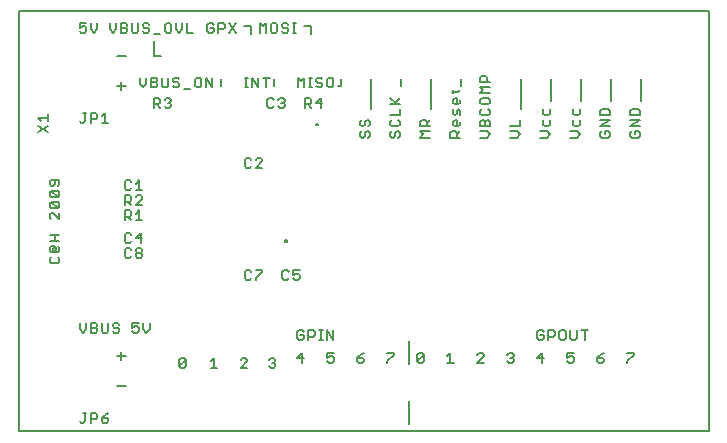
<source format=gto>
G75*
G70*
%OFA0B0*%
%FSLAX24Y24*%
%IPPOS*%
%LPD*%
%AMOC8*
5,1,8,0,0,1.08239X$1,22.5*
%
%ADD10C,0.0080*%
D10*
X003457Y001018D02*
X003457Y015018D01*
X026457Y015018D01*
X026457Y001018D01*
X003457Y001018D01*
X005497Y001361D02*
X005550Y001308D01*
X005604Y001308D01*
X005657Y001361D01*
X005657Y001628D01*
X005604Y001628D02*
X005711Y001628D01*
X005865Y001628D02*
X006025Y001628D01*
X006079Y001575D01*
X006079Y001468D01*
X006025Y001415D01*
X005865Y001415D01*
X005865Y001308D02*
X005865Y001628D01*
X006234Y001468D02*
X006234Y001361D01*
X006287Y001308D01*
X006394Y001308D01*
X006447Y001361D01*
X006447Y001415D01*
X006394Y001468D01*
X006234Y001468D01*
X006340Y001575D01*
X006447Y001628D01*
X006747Y002518D02*
X007027Y002518D01*
X006887Y003378D02*
X006887Y003658D01*
X006747Y003518D02*
X007027Y003518D01*
X006762Y004308D02*
X006655Y004308D01*
X006602Y004361D01*
X006655Y004468D02*
X006762Y004468D01*
X006815Y004415D01*
X006815Y004361D01*
X006762Y004308D01*
X006655Y004468D02*
X006602Y004521D01*
X006602Y004575D01*
X006655Y004628D01*
X006762Y004628D01*
X006815Y004575D01*
X006447Y004628D02*
X006447Y004361D01*
X006394Y004308D01*
X006287Y004308D01*
X006234Y004361D01*
X006234Y004628D01*
X006079Y004575D02*
X006079Y004521D01*
X006025Y004468D01*
X005865Y004468D01*
X005865Y004308D02*
X006025Y004308D01*
X006079Y004361D01*
X006079Y004415D01*
X006025Y004468D01*
X006079Y004575D02*
X006025Y004628D01*
X005865Y004628D01*
X005865Y004308D01*
X005711Y004415D02*
X005711Y004628D01*
X005711Y004415D02*
X005604Y004308D01*
X005497Y004415D01*
X005497Y004628D01*
X007247Y004628D02*
X007247Y004468D01*
X007354Y004521D01*
X007407Y004521D01*
X007461Y004468D01*
X007461Y004361D01*
X007407Y004308D01*
X007300Y004308D01*
X007247Y004361D01*
X007247Y004628D02*
X007461Y004628D01*
X007615Y004628D02*
X007615Y004415D01*
X007722Y004308D01*
X007829Y004415D01*
X007829Y004628D01*
X008870Y003458D02*
X008977Y003458D01*
X009031Y003405D01*
X008817Y003191D01*
X008870Y003138D01*
X008977Y003138D01*
X009031Y003191D01*
X009031Y003405D01*
X008870Y003458D02*
X008817Y003405D01*
X008817Y003191D01*
X009857Y003138D02*
X010071Y003138D01*
X009964Y003138D02*
X009964Y003458D01*
X009857Y003351D01*
X010857Y003405D02*
X010910Y003458D01*
X011017Y003458D01*
X011071Y003405D01*
X011071Y003351D01*
X010857Y003138D01*
X011071Y003138D01*
X011807Y003191D02*
X011860Y003138D01*
X011967Y003138D01*
X012021Y003191D01*
X012021Y003245D01*
X011967Y003298D01*
X011914Y003298D01*
X011967Y003298D02*
X012021Y003351D01*
X012021Y003405D01*
X011967Y003458D01*
X011860Y003458D01*
X011807Y003405D01*
X012747Y003468D02*
X012961Y003468D01*
X012907Y003308D02*
X012907Y003628D01*
X012747Y003468D01*
X012800Y004058D02*
X012907Y004058D01*
X012961Y004111D01*
X012961Y004218D01*
X012854Y004218D01*
X012961Y004325D02*
X012907Y004378D01*
X012800Y004378D01*
X012747Y004325D01*
X012747Y004111D01*
X012800Y004058D01*
X013115Y004058D02*
X013115Y004378D01*
X013275Y004378D01*
X013329Y004325D01*
X013329Y004218D01*
X013275Y004165D01*
X013115Y004165D01*
X013484Y004058D02*
X013590Y004058D01*
X013537Y004058D02*
X013537Y004378D01*
X013484Y004378D02*
X013590Y004378D01*
X013729Y004378D02*
X013943Y004058D01*
X013943Y004378D01*
X013729Y004378D02*
X013729Y004058D01*
X013747Y003628D02*
X013747Y003468D01*
X013854Y003521D01*
X013907Y003521D01*
X013961Y003468D01*
X013961Y003361D01*
X013907Y003308D01*
X013800Y003308D01*
X013747Y003361D01*
X013747Y003628D02*
X013961Y003628D01*
X014747Y003468D02*
X014747Y003361D01*
X014800Y003308D01*
X014907Y003308D01*
X014961Y003361D01*
X014961Y003415D01*
X014907Y003468D01*
X014747Y003468D01*
X014854Y003575D01*
X014961Y003628D01*
X015747Y003628D02*
X015961Y003628D01*
X015961Y003575D01*
X015747Y003361D01*
X015747Y003308D01*
X016457Y003268D02*
X016457Y004018D01*
X016800Y003628D02*
X016907Y003628D01*
X016961Y003575D01*
X016747Y003361D01*
X016800Y003308D01*
X016907Y003308D01*
X016961Y003361D01*
X016961Y003575D01*
X016800Y003628D02*
X016747Y003575D01*
X016747Y003361D01*
X017747Y003308D02*
X017961Y003308D01*
X017854Y003308D02*
X017854Y003628D01*
X017747Y003521D01*
X018747Y003575D02*
X018800Y003628D01*
X018907Y003628D01*
X018961Y003575D01*
X018961Y003521D01*
X018747Y003308D01*
X018961Y003308D01*
X019747Y003361D02*
X019800Y003308D01*
X019907Y003308D01*
X019961Y003361D01*
X019961Y003415D01*
X019907Y003468D01*
X019854Y003468D01*
X019907Y003468D02*
X019961Y003521D01*
X019961Y003575D01*
X019907Y003628D01*
X019800Y003628D01*
X019747Y003575D01*
X020747Y003468D02*
X020961Y003468D01*
X020907Y003308D02*
X020907Y003628D01*
X020747Y003468D01*
X020800Y004058D02*
X020907Y004058D01*
X020961Y004111D01*
X020961Y004218D01*
X020854Y004218D01*
X020961Y004325D02*
X020907Y004378D01*
X020800Y004378D01*
X020747Y004325D01*
X020747Y004111D01*
X020800Y004058D01*
X021115Y004058D02*
X021115Y004378D01*
X021275Y004378D01*
X021329Y004325D01*
X021329Y004218D01*
X021275Y004165D01*
X021115Y004165D01*
X021484Y004111D02*
X021484Y004325D01*
X021537Y004378D01*
X021644Y004378D01*
X021697Y004325D01*
X021697Y004111D01*
X021644Y004058D01*
X021537Y004058D01*
X021484Y004111D01*
X021852Y004111D02*
X021905Y004058D01*
X022012Y004058D01*
X022065Y004111D01*
X022065Y004378D01*
X022220Y004378D02*
X022434Y004378D01*
X022327Y004378D02*
X022327Y004058D01*
X021852Y004111D02*
X021852Y004378D01*
X021747Y003628D02*
X021747Y003468D01*
X021854Y003521D01*
X021907Y003521D01*
X021961Y003468D01*
X021961Y003361D01*
X021907Y003308D01*
X021800Y003308D01*
X021747Y003361D01*
X021747Y003628D02*
X021961Y003628D01*
X022747Y003468D02*
X022747Y003361D01*
X022800Y003308D01*
X022907Y003308D01*
X022961Y003361D01*
X022961Y003415D01*
X022907Y003468D01*
X022747Y003468D01*
X022854Y003575D01*
X022961Y003628D01*
X023747Y003628D02*
X023961Y003628D01*
X023961Y003575D01*
X023747Y003361D01*
X023747Y003308D01*
X016457Y002018D02*
X016457Y001268D01*
X012775Y006058D02*
X012669Y006058D01*
X012615Y006111D01*
X012615Y006218D02*
X012722Y006271D01*
X012775Y006271D01*
X012829Y006218D01*
X012829Y006111D01*
X012775Y006058D01*
X012615Y006218D02*
X012615Y006378D01*
X012829Y006378D01*
X012461Y006325D02*
X012407Y006378D01*
X012300Y006378D01*
X012247Y006325D01*
X012247Y006111D01*
X012300Y006058D01*
X012407Y006058D01*
X012461Y006111D01*
X011579Y006325D02*
X011365Y006111D01*
X011365Y006058D01*
X011211Y006111D02*
X011157Y006058D01*
X011050Y006058D01*
X010997Y006111D01*
X010997Y006325D01*
X011050Y006378D01*
X011157Y006378D01*
X011211Y006325D01*
X011365Y006378D02*
X011579Y006378D01*
X011579Y006325D01*
X012337Y007338D02*
X012390Y007338D01*
X012390Y007391D01*
X012337Y007391D01*
X012337Y007338D01*
X011579Y009808D02*
X011365Y009808D01*
X011579Y010021D01*
X011579Y010075D01*
X011525Y010128D01*
X011419Y010128D01*
X011365Y010075D01*
X011211Y010075D02*
X011157Y010128D01*
X011050Y010128D01*
X010997Y010075D01*
X010997Y009861D01*
X011050Y009808D01*
X011157Y009808D01*
X011211Y009861D01*
X013377Y011218D02*
X013430Y011218D01*
X013430Y011271D01*
X013377Y011271D01*
X013377Y011218D01*
X013525Y011808D02*
X013525Y012128D01*
X013365Y011968D01*
X013579Y011968D01*
X013211Y011968D02*
X013211Y012075D01*
X013157Y012128D01*
X012997Y012128D01*
X012997Y011808D01*
X012997Y011915D02*
X013157Y011915D01*
X013211Y011968D01*
X013104Y011915D02*
X013211Y011808D01*
X012329Y011861D02*
X012275Y011808D01*
X012169Y011808D01*
X012115Y011861D01*
X012222Y011968D02*
X012275Y011968D01*
X012329Y011915D01*
X012329Y011861D01*
X012275Y011968D02*
X012329Y012021D01*
X012329Y012075D01*
X012275Y012128D01*
X012169Y012128D01*
X012115Y012075D01*
X011961Y012075D02*
X011907Y012128D01*
X011800Y012128D01*
X011747Y012075D01*
X011747Y011861D01*
X011800Y011808D01*
X011907Y011808D01*
X011961Y011861D01*
X011718Y012478D02*
X011718Y012798D01*
X011824Y012798D02*
X011611Y012798D01*
X011456Y012798D02*
X011456Y012478D01*
X011243Y012798D01*
X011243Y012478D01*
X011104Y012478D02*
X010997Y012478D01*
X011050Y012478D02*
X011050Y012798D01*
X010997Y012798D02*
X011104Y012798D01*
X011957Y012768D02*
X011957Y012518D01*
X012757Y012478D02*
X012757Y012798D01*
X012864Y012691D01*
X012971Y012798D01*
X012971Y012478D01*
X013125Y012478D02*
X013232Y012478D01*
X013179Y012478D02*
X013179Y012798D01*
X013232Y012798D02*
X013125Y012798D01*
X013371Y012745D02*
X013371Y012691D01*
X013424Y012638D01*
X013531Y012638D01*
X013584Y012585D01*
X013584Y012531D01*
X013531Y012478D01*
X013424Y012478D01*
X013371Y012531D01*
X013371Y012745D02*
X013424Y012798D01*
X013531Y012798D01*
X013584Y012745D01*
X013739Y012745D02*
X013739Y012531D01*
X013792Y012478D01*
X013899Y012478D01*
X013953Y012531D01*
X013953Y012745D01*
X013899Y012798D01*
X013792Y012798D01*
X013739Y012745D01*
X014097Y012528D02*
X014207Y012528D01*
X014207Y012768D01*
X015207Y012768D02*
X015207Y011768D01*
X015114Y011390D02*
X015167Y011336D01*
X015167Y011230D01*
X015114Y011176D01*
X015007Y011230D02*
X014954Y011176D01*
X014900Y011176D01*
X014847Y011230D01*
X014847Y011336D01*
X014900Y011390D01*
X015007Y011336D02*
X015060Y011390D01*
X015114Y011390D01*
X015007Y011336D02*
X015007Y011230D01*
X015060Y011021D02*
X015114Y011021D01*
X015167Y010968D01*
X015167Y010861D01*
X015114Y010808D01*
X015007Y010861D02*
X015007Y010968D01*
X015060Y011021D01*
X014900Y011021D02*
X014847Y010968D01*
X014847Y010861D01*
X014900Y010808D01*
X014954Y010808D01*
X015007Y010861D01*
X015847Y010861D02*
X015900Y010808D01*
X015954Y010808D01*
X016007Y010861D01*
X016007Y010968D01*
X016060Y011021D01*
X016114Y011021D01*
X016167Y010968D01*
X016167Y010861D01*
X016114Y010808D01*
X015847Y010861D02*
X015847Y010968D01*
X015900Y011021D01*
X015900Y011176D02*
X016114Y011176D01*
X016167Y011230D01*
X016167Y011336D01*
X016114Y011390D01*
X016167Y011545D02*
X015847Y011545D01*
X015900Y011390D02*
X015847Y011336D01*
X015847Y011230D01*
X015900Y011176D01*
X016167Y011545D02*
X016167Y011758D01*
X016167Y011913D02*
X015847Y011913D01*
X016007Y011966D02*
X016167Y012126D01*
X016060Y011913D02*
X015847Y012126D01*
X016207Y012518D02*
X016207Y012768D01*
X017207Y012768D02*
X017207Y011768D01*
X017167Y011390D02*
X017060Y011283D01*
X017060Y011336D02*
X017060Y011176D01*
X017167Y011176D02*
X016847Y011176D01*
X016847Y011336D01*
X016900Y011390D01*
X017007Y011390D01*
X017060Y011336D01*
X017167Y011021D02*
X016847Y011021D01*
X016954Y010915D01*
X016847Y010808D01*
X017167Y010808D01*
X017847Y010808D02*
X017847Y010968D01*
X017900Y011021D01*
X018007Y011021D01*
X018060Y010968D01*
X018060Y010808D01*
X018060Y010915D02*
X018167Y011021D01*
X018114Y011176D02*
X018007Y011176D01*
X017954Y011230D01*
X017954Y011336D01*
X018007Y011390D01*
X018060Y011390D01*
X018060Y011176D01*
X018114Y011176D02*
X018167Y011230D01*
X018167Y011336D01*
X018167Y011545D02*
X018167Y011705D01*
X018114Y011758D01*
X018060Y011705D01*
X018060Y011598D01*
X018007Y011545D01*
X017954Y011598D01*
X017954Y011758D01*
X018007Y011913D02*
X017954Y011966D01*
X017954Y012073D01*
X018007Y012126D01*
X018060Y012126D01*
X018060Y011913D01*
X018007Y011913D02*
X018114Y011913D01*
X018167Y011966D01*
X018167Y012073D01*
X018114Y012335D02*
X018167Y012388D01*
X018114Y012335D02*
X017900Y012335D01*
X017954Y012388D02*
X017954Y012281D01*
X018207Y012518D02*
X018207Y012768D01*
X018847Y012810D02*
X018847Y012649D01*
X019167Y012649D01*
X019060Y012649D02*
X019060Y012810D01*
X019007Y012863D01*
X018900Y012863D01*
X018847Y012810D01*
X018847Y012495D02*
X019167Y012495D01*
X019167Y012281D02*
X018847Y012281D01*
X018954Y012388D01*
X018847Y012495D01*
X018900Y012126D02*
X018847Y012073D01*
X018847Y011966D01*
X018900Y011913D01*
X019114Y011913D01*
X019167Y011966D01*
X019167Y012073D01*
X019114Y012126D01*
X018900Y012126D01*
X018900Y011758D02*
X018847Y011705D01*
X018847Y011598D01*
X018900Y011545D01*
X019114Y011545D01*
X019167Y011598D01*
X019167Y011705D01*
X019114Y011758D01*
X019114Y011390D02*
X019167Y011336D01*
X019167Y011176D01*
X018847Y011176D01*
X018847Y011336D01*
X018900Y011390D01*
X018954Y011390D01*
X019007Y011336D01*
X019007Y011176D01*
X019007Y011336D02*
X019060Y011390D01*
X019114Y011390D01*
X019060Y011021D02*
X018847Y011021D01*
X018847Y010808D02*
X019060Y010808D01*
X019167Y010915D01*
X019060Y011021D01*
X019847Y011021D02*
X020060Y011021D01*
X020167Y010915D01*
X020060Y010808D01*
X019847Y010808D01*
X019847Y011176D02*
X020167Y011176D01*
X020167Y011390D01*
X020207Y011768D02*
X020207Y012768D01*
X021207Y012768D02*
X021207Y012018D01*
X021167Y011758D02*
X021167Y011598D01*
X021114Y011545D01*
X021007Y011545D01*
X020954Y011598D01*
X020954Y011758D01*
X020954Y011390D02*
X020954Y011230D01*
X021007Y011176D01*
X021114Y011176D01*
X021167Y011230D01*
X021167Y011390D01*
X021060Y011021D02*
X020847Y011021D01*
X020847Y010808D02*
X021060Y010808D01*
X021167Y010915D01*
X021060Y011021D01*
X021847Y011021D02*
X022060Y011021D01*
X022167Y010915D01*
X022060Y010808D01*
X021847Y010808D01*
X022007Y011176D02*
X022114Y011176D01*
X022167Y011230D01*
X022167Y011390D01*
X022114Y011545D02*
X022167Y011598D01*
X022167Y011758D01*
X021954Y011758D02*
X021954Y011598D01*
X022007Y011545D01*
X022114Y011545D01*
X021954Y011390D02*
X021954Y011230D01*
X022007Y011176D01*
X022847Y011176D02*
X023167Y011390D01*
X022847Y011390D01*
X022847Y011545D02*
X022847Y011705D01*
X022900Y011758D01*
X023114Y011758D01*
X023167Y011705D01*
X023167Y011545D01*
X022847Y011545D01*
X023207Y012018D02*
X023207Y012768D01*
X022207Y012768D02*
X022207Y012018D01*
X022847Y011176D02*
X023167Y011176D01*
X023114Y011021D02*
X023007Y011021D01*
X023007Y010915D01*
X023114Y011021D02*
X023167Y010968D01*
X023167Y010861D01*
X023114Y010808D01*
X022900Y010808D01*
X022847Y010861D01*
X022847Y010968D01*
X022900Y011021D01*
X023847Y010968D02*
X023847Y010861D01*
X023900Y010808D01*
X024114Y010808D01*
X024167Y010861D01*
X024167Y010968D01*
X024114Y011021D01*
X024007Y011021D01*
X024007Y010915D01*
X023900Y011021D02*
X023847Y010968D01*
X023847Y011176D02*
X024167Y011390D01*
X023847Y011390D01*
X023847Y011545D02*
X023847Y011705D01*
X023900Y011758D01*
X024114Y011758D01*
X024167Y011705D01*
X024167Y011545D01*
X023847Y011545D01*
X024207Y012018D02*
X024207Y012768D01*
X024167Y011176D02*
X023847Y011176D01*
X018167Y010808D02*
X017847Y010808D01*
X013207Y014268D02*
X013207Y014518D01*
X012957Y014518D01*
X012709Y014628D02*
X012602Y014628D01*
X012655Y014628D02*
X012655Y014308D01*
X012602Y014308D02*
X012709Y014308D01*
X012447Y014361D02*
X012394Y014308D01*
X012287Y014308D01*
X012234Y014361D01*
X012287Y014468D02*
X012234Y014521D01*
X012234Y014575D01*
X012287Y014628D01*
X012394Y014628D01*
X012447Y014575D01*
X012394Y014468D02*
X012447Y014415D01*
X012447Y014361D01*
X012394Y014468D02*
X012287Y014468D01*
X012079Y014361D02*
X012079Y014575D01*
X012025Y014628D01*
X011919Y014628D01*
X011865Y014575D01*
X011865Y014361D01*
X011919Y014308D01*
X012025Y014308D01*
X012079Y014361D01*
X011711Y014308D02*
X011711Y014628D01*
X011604Y014521D01*
X011497Y014628D01*
X011497Y014308D01*
X011207Y014268D02*
X011207Y014518D01*
X010957Y014518D01*
X010697Y014628D02*
X010484Y014308D01*
X010697Y014308D02*
X010484Y014628D01*
X010329Y014575D02*
X010329Y014468D01*
X010275Y014415D01*
X010115Y014415D01*
X010115Y014308D02*
X010115Y014628D01*
X010275Y014628D01*
X010329Y014575D01*
X009961Y014575D02*
X009907Y014628D01*
X009800Y014628D01*
X009747Y014575D01*
X009747Y014361D01*
X009800Y014308D01*
X009907Y014308D01*
X009961Y014361D01*
X009961Y014468D01*
X009854Y014468D01*
X009289Y014308D02*
X009075Y014308D01*
X009075Y014628D01*
X008920Y014628D02*
X008920Y014415D01*
X008814Y014308D01*
X008707Y014415D01*
X008707Y014628D01*
X008552Y014575D02*
X008499Y014628D01*
X008392Y014628D01*
X008339Y014575D01*
X008339Y014361D01*
X008392Y014308D01*
X008499Y014308D01*
X008552Y014361D01*
X008552Y014575D01*
X008184Y014255D02*
X007970Y014255D01*
X007815Y014361D02*
X007762Y014308D01*
X007655Y014308D01*
X007602Y014361D01*
X007655Y014468D02*
X007762Y014468D01*
X007815Y014415D01*
X007815Y014361D01*
X007655Y014468D02*
X007602Y014521D01*
X007602Y014575D01*
X007655Y014628D01*
X007762Y014628D01*
X007815Y014575D01*
X007447Y014628D02*
X007447Y014361D01*
X007394Y014308D01*
X007287Y014308D01*
X007234Y014361D01*
X007234Y014628D01*
X007079Y014575D02*
X007079Y014521D01*
X007025Y014468D01*
X006865Y014468D01*
X006865Y014308D02*
X007025Y014308D01*
X007079Y014361D01*
X007079Y014415D01*
X007025Y014468D01*
X007079Y014575D02*
X007025Y014628D01*
X006865Y014628D01*
X006865Y014308D01*
X006711Y014415D02*
X006711Y014628D01*
X006497Y014628D02*
X006497Y014415D01*
X006604Y014308D01*
X006711Y014415D01*
X006079Y014415D02*
X006079Y014628D01*
X005865Y014628D02*
X005865Y014415D01*
X005972Y014308D01*
X006079Y014415D01*
X005711Y014468D02*
X005711Y014361D01*
X005657Y014308D01*
X005550Y014308D01*
X005497Y014361D01*
X005497Y014468D02*
X005604Y014521D01*
X005657Y014521D01*
X005711Y014468D01*
X005711Y014628D02*
X005497Y014628D01*
X005497Y014468D01*
X006747Y013518D02*
X007027Y013518D01*
X007957Y013518D02*
X007957Y014018D01*
X007957Y013518D02*
X008207Y013518D01*
X008234Y012808D02*
X008234Y012541D01*
X008287Y012488D01*
X008394Y012488D01*
X008447Y012541D01*
X008447Y012808D01*
X008602Y012755D02*
X008602Y012701D01*
X008655Y012648D01*
X008762Y012648D01*
X008815Y012595D01*
X008815Y012541D01*
X008762Y012488D01*
X008655Y012488D01*
X008602Y012541D01*
X008602Y012755D02*
X008655Y012808D01*
X008762Y012808D01*
X008815Y012755D01*
X009339Y012755D02*
X009339Y012541D01*
X009392Y012488D01*
X009499Y012488D01*
X009552Y012541D01*
X009552Y012755D01*
X009499Y012808D01*
X009392Y012808D01*
X009339Y012755D01*
X009184Y012435D02*
X008970Y012435D01*
X008539Y012075D02*
X008539Y012021D01*
X008485Y011968D01*
X008539Y011915D01*
X008539Y011861D01*
X008485Y011808D01*
X008379Y011808D01*
X008325Y011861D01*
X008432Y011968D02*
X008485Y011968D01*
X008539Y012075D02*
X008485Y012128D01*
X008379Y012128D01*
X008325Y012075D01*
X008171Y012075D02*
X008171Y011968D01*
X008117Y011915D01*
X007957Y011915D01*
X008064Y011915D02*
X008171Y011808D01*
X007957Y011808D02*
X007957Y012128D01*
X008117Y012128D01*
X008171Y012075D01*
X008025Y012488D02*
X007865Y012488D01*
X007865Y012808D01*
X008025Y012808D01*
X008079Y012755D01*
X008079Y012701D01*
X008025Y012648D01*
X007865Y012648D01*
X008025Y012648D02*
X008079Y012595D01*
X008079Y012541D01*
X008025Y012488D01*
X007711Y012595D02*
X007711Y012808D01*
X007711Y012595D02*
X007604Y012488D01*
X007497Y012595D01*
X007497Y012808D01*
X007027Y012518D02*
X006747Y012518D01*
X006887Y012658D02*
X006887Y012378D01*
X006340Y011628D02*
X006340Y011308D01*
X006234Y011308D02*
X006447Y011308D01*
X006234Y011521D02*
X006340Y011628D01*
X006079Y011575D02*
X006079Y011468D01*
X006025Y011415D01*
X005865Y011415D01*
X005865Y011308D02*
X005865Y011628D01*
X006025Y011628D01*
X006079Y011575D01*
X005711Y011628D02*
X005604Y011628D01*
X005657Y011628D02*
X005657Y011361D01*
X005604Y011308D01*
X005550Y011308D01*
X005497Y011361D01*
X004425Y011363D02*
X004425Y011577D01*
X004425Y011470D02*
X004105Y011470D01*
X004211Y011363D01*
X004105Y011208D02*
X004425Y010995D01*
X004425Y011208D02*
X004105Y010995D01*
X004550Y009403D02*
X004497Y009350D01*
X004497Y009243D01*
X004550Y009190D01*
X004604Y009190D01*
X004657Y009243D01*
X004657Y009403D01*
X004764Y009403D02*
X004550Y009403D01*
X004764Y009403D02*
X004817Y009350D01*
X004817Y009243D01*
X004764Y009190D01*
X004764Y009035D02*
X004817Y008981D01*
X004817Y008875D01*
X004764Y008821D01*
X004550Y009035D01*
X004764Y009035D01*
X004764Y008821D02*
X004550Y008821D01*
X004497Y008875D01*
X004497Y008981D01*
X004550Y009035D01*
X004550Y008666D02*
X004764Y008453D01*
X004817Y008506D01*
X004817Y008613D01*
X004764Y008666D01*
X004550Y008666D01*
X004497Y008613D01*
X004497Y008506D01*
X004550Y008453D01*
X004764Y008453D01*
X004817Y008298D02*
X004817Y008085D01*
X004604Y008298D01*
X004550Y008298D01*
X004497Y008245D01*
X004497Y008138D01*
X004550Y008085D01*
X004497Y007562D02*
X004817Y007562D01*
X004657Y007562D02*
X004657Y007348D01*
X004657Y007193D02*
X004710Y007140D01*
X004604Y007140D01*
X004604Y007033D01*
X004710Y007033D01*
X004710Y007140D01*
X004657Y007193D02*
X004550Y007193D01*
X004497Y007140D01*
X004497Y007033D01*
X004550Y006980D01*
X004764Y006980D01*
X004817Y007033D01*
X004817Y007140D01*
X004764Y007193D01*
X004817Y007348D02*
X004497Y007348D01*
X004550Y006825D02*
X004497Y006772D01*
X004497Y006665D01*
X004550Y006611D01*
X004764Y006611D01*
X004817Y006665D01*
X004817Y006772D01*
X004764Y006825D01*
X006997Y006861D02*
X007050Y006808D01*
X007157Y006808D01*
X007211Y006861D01*
X007365Y006861D02*
X007365Y006915D01*
X007419Y006968D01*
X007525Y006968D01*
X007579Y006915D01*
X007579Y006861D01*
X007525Y006808D01*
X007419Y006808D01*
X007365Y006861D01*
X007419Y006968D02*
X007365Y007021D01*
X007365Y007075D01*
X007419Y007128D01*
X007525Y007128D01*
X007579Y007075D01*
X007579Y007021D01*
X007525Y006968D01*
X007211Y007075D02*
X007157Y007128D01*
X007050Y007128D01*
X006997Y007075D01*
X006997Y006861D01*
X007050Y007308D02*
X007157Y007308D01*
X007211Y007361D01*
X007050Y007308D02*
X006997Y007361D01*
X006997Y007575D01*
X007050Y007628D01*
X007157Y007628D01*
X007211Y007575D01*
X007365Y007468D02*
X007579Y007468D01*
X007525Y007308D02*
X007525Y007628D01*
X007365Y007468D01*
X007365Y008058D02*
X007579Y008058D01*
X007472Y008058D02*
X007472Y008378D01*
X007365Y008271D01*
X007211Y008218D02*
X007157Y008165D01*
X006997Y008165D01*
X007104Y008165D02*
X007211Y008058D01*
X007211Y008218D02*
X007211Y008325D01*
X007157Y008378D01*
X006997Y008378D01*
X006997Y008058D01*
X006997Y008558D02*
X006997Y008878D01*
X007157Y008878D01*
X007211Y008825D01*
X007211Y008718D01*
X007157Y008665D01*
X006997Y008665D01*
X007104Y008665D02*
X007211Y008558D01*
X007365Y008558D02*
X007579Y008771D01*
X007579Y008825D01*
X007525Y008878D01*
X007419Y008878D01*
X007365Y008825D01*
X007365Y009058D02*
X007579Y009058D01*
X007472Y009058D02*
X007472Y009378D01*
X007365Y009271D01*
X007211Y009325D02*
X007157Y009378D01*
X007050Y009378D01*
X006997Y009325D01*
X006997Y009111D01*
X007050Y009058D01*
X007157Y009058D01*
X007211Y009111D01*
X007365Y008558D02*
X007579Y008558D01*
X009707Y012488D02*
X009707Y012808D01*
X009920Y012488D01*
X009920Y012808D01*
X010207Y012768D02*
X010207Y012518D01*
M02*

</source>
